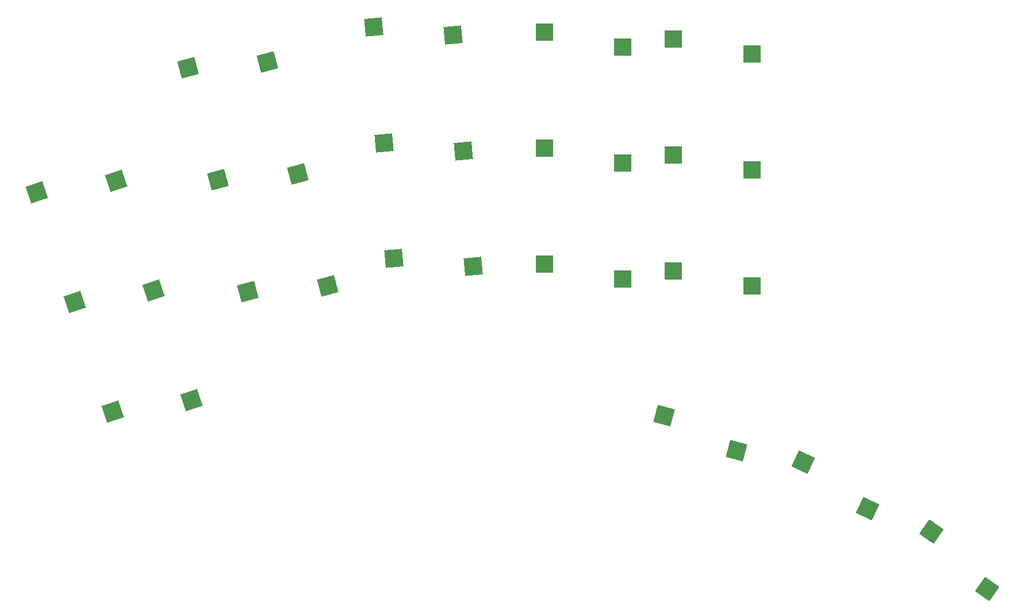
<source format=gbp>
%TF.GenerationSoftware,KiCad,Pcbnew,5.99.0-unknown-fa82fcb809~131~ubuntu20.04.1*%
%TF.CreationDate,2021-08-27T12:31:07+02:00*%
%TF.ProjectId,tuck-n-roll,7475636b-2d6e-42d7-926f-6c6c2e6b6963,VERSION_HERE*%
%TF.SameCoordinates,Original*%
%TF.FileFunction,Paste,Bot*%
%TF.FilePolarity,Positive*%
%FSLAX46Y46*%
G04 Gerber Fmt 4.6, Leading zero omitted, Abs format (unit mm)*
G04 Created by KiCad (PCBNEW 5.99.0-unknown-fa82fcb809~131~ubuntu20.04.1) date 2021-08-27 12:31:07*
%MOMM*%
%LPD*%
G01*
G04 APERTURE LIST*
G04 Aperture macros list*
%AMRotRect*
0 Rectangle, with rotation*
0 The origin of the aperture is its center*
0 $1 length*
0 $2 width*
0 $3 Rotation angle, in degrees counterclockwise*
0 Add horizontal line*
21,1,$1,$2,0,0,$3*%
G04 Aperture macros list end*
%ADD10R,2.600000X2.600000*%
%ADD11RotRect,2.600000X2.600000X15.000000*%
%ADD12RotRect,2.600000X2.600000X335.000000*%
%ADD13RotRect,2.600000X2.600000X19.000000*%
%ADD14RotRect,2.600000X2.600000X325.000000*%
%ADD15RotRect,2.600000X2.600000X5.000000*%
%ADD16RotRect,2.600000X2.600000X345.000000*%
G04 APERTURE END LIST*
D10*
%TO.C,S25*%
X72047091Y24340601D03*
X83597091Y22140601D03*
%TD*%
D11*
%TO.C,S7*%
X9387942Y21263618D03*
X21113787Y22127941D03*
%TD*%
D10*
%TO.C,S19*%
X53047091Y25340601D03*
X64597091Y23140601D03*
%TD*%
D12*
%TO.C,S33*%
X91128924Y-3843010D03*
X100667018Y-10718128D03*
%TD*%
D13*
%TO.C,S3*%
X-16135578Y19801783D03*
X-4498588Y21481954D03*
%TD*%
D11*
%TO.C,S11*%
X536331Y54298282D03*
X12262176Y55162605D03*
%TD*%
D10*
%TO.C,S21*%
X53047091Y42440601D03*
X64597091Y40240601D03*
%TD*%
D14*
%TO.C,S35*%
X110063052Y-14115450D03*
X118262390Y-22542392D03*
%TD*%
D11*
%TO.C,S9*%
X4962136Y37780950D03*
X16687981Y38645273D03*
%TD*%
D15*
%TO.C,S15*%
X29383605Y43248232D03*
X41081396Y42063253D03*
%TD*%
D10*
%TO.C,S27*%
X72047091Y41440601D03*
X83597091Y39240601D03*
%TD*%
D16*
%TO.C,S31*%
X70698657Y2985492D03*
X81285699Y-2128905D03*
%TD*%
D13*
%TO.C,S5*%
X-21702793Y35970151D03*
X-10065803Y37650322D03*
%TD*%
D15*
%TO.C,S13*%
X30873968Y26213303D03*
X42571759Y25028324D03*
%TD*%
D10*
%TO.C,S23*%
X53047091Y59540601D03*
X64597091Y57340601D03*
%TD*%
D13*
%TO.C,S1*%
X-10568363Y3633416D03*
X1068627Y5313587D03*
%TD*%
D10*
%TO.C,S29*%
X72047091Y58540601D03*
X83597091Y56340601D03*
%TD*%
D15*
%TO.C,S17*%
X27893242Y60283162D03*
X39591033Y59098183D03*
%TD*%
M02*

</source>
